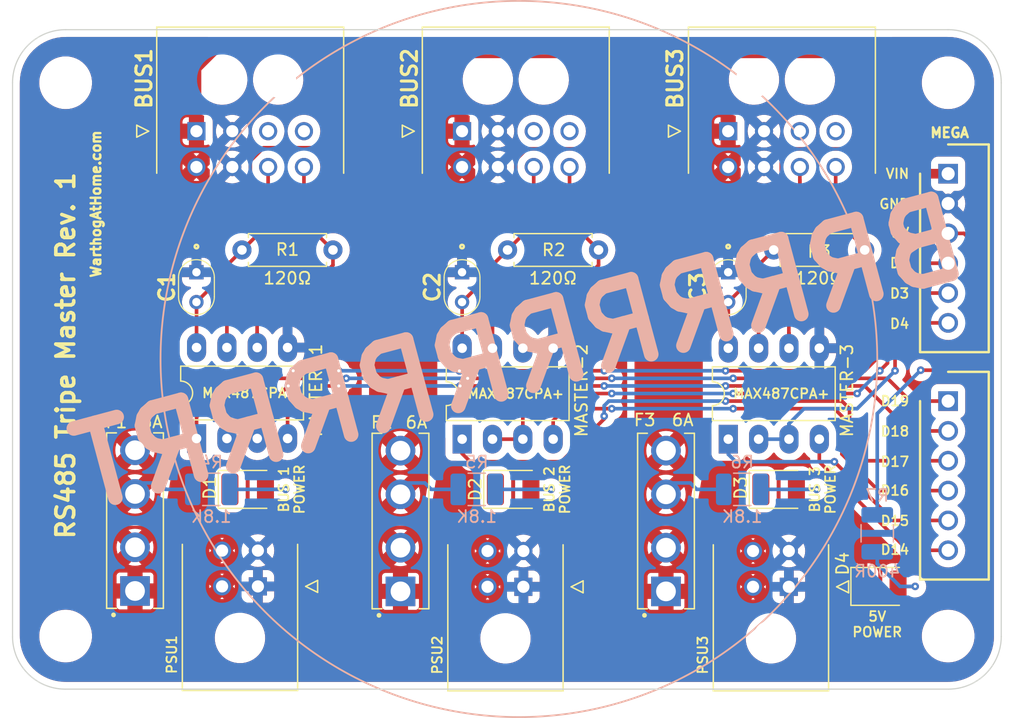
<source format=kicad_pcb>
(kicad_pcb (version 20211014) (generator pcbnew)
  (title_block (title "RS485 Triple Master") (date "2022-08-15") (rev "1") (company "Maciej Swic"))
  (layers (0 "F.Cu" signal) (31 "B.Cu" signal) (34 "B.Paste" user) (35 "F.Paste" user) (36 "B.SilkS" user "B.Silkscreen") (37 "F.SilkS" user "F.Silkscreen") (38 "B.Mask" user) (39 "F.Mask" user) (44 "Edge.Cuts" user))
  (net 0 "")
  (net 3 "MEGA_D19")
  (net 4 "MEGA_D2")
  (net 5 "MEGA_D18")
  (net 6 "+12V_2")
  (net 7 "+12V_3")
  (net 8 "MEGA_D17")
  (net 9 "MEGA_D3")
  (net 10 "+5V")
  (net 11 "GND")
  (net 12 "+12V")
  (net 13 "MEGA_D16")
  (net 14 "MEGA_D15")
  (net 15 "MEGA_D4")
  (net 16 "MEGA_D14")
  (net 17 "RS485-1-B")
  (net 18 "RS485-1-A")
  (net 19 "RS485-2-B")
  (net 20 "RS485-3-B")
  (net 21 "RS485-2-A")
  (net 22 "RS485-3-A")
  (net 27 "12V_Fused")
  (net 28 "/12V_2_Fused")
  (net 29 "/12V_3_Fused")
  (net 30 "Net-(D1-Pad2)")
  (net 31 "Net-(D2-Pad2)")
  (net 35 "Net-(D3-Pad2)")
  (net 36 "Net-(D4-Pad2)")
  (footprint "MountingHole:MountingHole_3.2mm_M3" (layer "F.Cu") (at 181.830484 77.185879)
    (fp_text reference "HOLE-2" hide)
    (fp_text value "MountingHole_3.2mm_M3" hide)
  )
  (footprint "LED_SMD:LED_1210_3225Metric_Pad1.42x2.65mm_HandSolder" (layer "F.Cu") (at 145.415 111.252)
    (fp_text reference "D2")
    (fp_text value "GREEN")
  )
  (footprint "A10 KiCad Libraries:FA14" (layer "F.Cu") (at 141.135484 93.060879 -90)
    (fp_text reference "C2")
    (fp_text value "0.1uF" hide)
  )
  (footprint "MountingHole:MountingHole_3.2mm_M3" (layer "F.Cu") (at 181.830484 123.540879)
    (fp_text reference "HOLE-4" hide)
    (fp_text value "MountingHole_3.2mm_M3" hide)
  )
  (footprint "A10 KiCad Libraries:SHDR6W64P0X250_1X6_1740X575X700P" (layer "F.Cu") (at 181.830484 103.855879 -90)
    (fp_text reference "MEGA-2" hide)
    (fp_text value "Conn_01x06_Male" hide)
  )
  (footprint "Resistor_THT:R_Axial_DIN0207_L6.3mm_D2.5mm_P7.62mm_Horizontal" (layer "F.Cu") (at 167.225484 91.195879)
    (fp_text reference "R3")
    (fp_text value "120Ω")
  )
  (footprint "MountingHole:MountingHole_3.2mm_M3" (layer "F.Cu") (at 107.95 77.185879)
    (fp_text reference "HOLE-1" hide)
    (fp_text value "MountingHole_3.2mm_M3" hide)
  )
  (footprint "A10 KiCad Libraries:Molex 43045-0800" (layer "F.Cu") (at 141.135484 81.2454 180)
    (fp_text reference "BUS2")
    (fp_text value "Conn_02x04_Top_Bottom" hide)
  )
  (footprint "LED_SMD:LED_1210_3225Metric_Pad1.42x2.65mm_HandSolder" (layer "F.Cu") (at 123.19 111.252)
    (fp_text reference "D1")
    (fp_text value "GREEN")
  )
  (footprint "A10 KiCad Libraries:SHDR6W64P0X250_1X6_1740X575X700P" (layer "F.Cu") (at 181.830484 84.805879 -90)
    (fp_text reference "MEGA-1" hide)
    (fp_text value "Conn_01x06_Male" hide)
  )
  (footprint "LED_SMD:LED_1210_3225Metric_Pad1.42x2.65mm_HandSolder" (layer "F.Cu") (at 167.64 111.252)
    (fp_text reference "D3")
    (fp_text value "GREEN")
  )
  (footprint "A10 KiCad Libraries:FUSE_BK-6013" (layer "F.Cu") (at 158.208484 113.9028 90)
    (fp_text reference "F3")
    (fp_text value "6A")
  )
  (footprint "A10 KiCad Libraries:FUSE_BK-6013" (layer "F.Cu") (at 135.983484 113.9028 90)
    (fp_text reference "F2")
    (fp_text value "6A")
  )
  (footprint "Resistor_THT:R_Axial_DIN0207_L6.3mm_D2.5mm_P7.62mm_Horizontal" (layer "F.Cu") (at 122.710647 91.195879)
    (fp_text reference "R1")
    (fp_text value "120Ω")
  )
  (footprint "Package_DIP:DIP-8_W7.62mm_LongPads" (layer "F.Cu") (at 118.910647 106.990879 90)
    (fp_text reference "MASTER-1")
    (fp_text value "MAX487CPA+")
  )
  (footprint "Package_DIP:DIP-8_W7.62mm_LongPads" (layer "F.Cu") (at 163.425484 107.045879 90)
    (fp_text reference "MASTER-3")
    (fp_text value "MAX487CPA+")
  )
  (footprint "Resistor_THT:R_Axial_DIN0207_L6.3mm_D2.5mm_P7.62mm_Horizontal" (layer "F.Cu") (at 144.945484 91.195879)
    (fp_text reference "R2")
    (fp_text value "120Ω")
  )
  (footprint "Package_DIP:DIP-8_W7.62mm_LongPads" (layer "F.Cu") (at 141.145484 107.045879 90)
    (fp_text reference "MASTER-2")
    (fp_text value "MAX487CPA+")
  )
  (footprint "A10 KiCad Libraries:Molex 43045-0800" (layer "F.Cu") (at 118.900647 81.2454 180)
    (fp_text reference "BUS1")
    (fp_text value "Conn_02x04_Top_Bottom" hide)
  )
  (footprint "MountingHole:MountingHole_3.2mm_M3" (layer "F.Cu") (at 107.95 123.540879)
    (fp_text reference "HOLE-3" hide)
    (fp_text value "MountingHole_3.2mm_M3" hide)
  )
  (footprint "A10 KiCad Libraries:FA14" (layer "F.Cu") (at 163.415484 93.060879 -90)
    (fp_text reference "C3")
    (fp_text value "0.1uF" hide)
  )
  (footprint "LED_SMD:LED_1210_3225Metric_Pad1.42x2.65mm_HandSolder" (layer "F.Cu") (at 176.149 119.38)
    (fp_text reference "D4")
    (fp_text value "GREEN" hide)
  )
  (footprint "A10 KiCad Libraries:FUSE_BK-6013" (layer "F.Cu") (at 113.758484 113.8682 90)
    (fp_text reference "F1")
    (fp_text value "6A")
  )
  (footprint "A10 KiCad Libraries:FA14" (layer "F.Cu") (at 118.900647 93.060879 -90)
    (fp_text reference "C1")
    (fp_text value "0.1uF" hide)
  )
  (footprint "A10 KiCad Libraries:Molex 43045-0800" (layer "F.Cu") (at 163.415484 81.2454 180)
    (fp_text reference "BUS3")
    (fp_text value "Conn_02x04_Top_Bottom" hide)
  )
  (footprint "A10 KiCad Libraries:Molex 43045-0400" (layer "F.Cu") (at 146.270484 119.4146)
    (fp_text reference "PSU2")
    (fp_text value "Conn_02x02_Top_Bottom" hide)
  )
  (footprint "A10 KiCad Libraries:Molex 43045-0400" (layer "F.Cu") (at 168.495484 119.4146)
    (fp_text reference "PSU3")
    (fp_text value "Conn_02x02_Top_Bottom" hide)
  )
  (footprint "A10 KiCad Libraries:Molex 43045-0400" (layer "F.Cu") (at 124.045484 119.38)
    (fp_text reference "PSU1")
    (fp_text value "Conn_02x02_Top_Bottom" hide)
  )
  (footprint "Resistor_SMD:R_1210_3225Metric_Pad1.30x2.65mm_HandSolder" (layer "B.Cu") (at 120.142 111.252 180)
    (fp_text reference "R4")
    (fp_text value "1.8K")
  )
  (footprint "Resistor_SMD:R_1210_3225Metric_Pad1.30x2.65mm_HandSolder" (layer "B.Cu") (at 142.367 111.252 180)
    (fp_text reference "R5")
    (fp_text value "1.8K")
  )
  (footprint "Resistor_SMD:R_1210_3225Metric_Pad1.30x2.65mm_HandSolder" (layer "B.Cu") (at 175.895 114.935 90)
    (fp_text reference "R7")
    (fp_text value "400R")
  )
  (footprint "Resistor_SMD:R_1210_3225Metric_Pad1.30x2.65mm_HandSolder" (layer "B.Cu") (at 164.592 111.252 180)
    (fp_text reference "R6")
    (fp_text value "1.8K")
  )
  (gr_circle locked (center 145.895 100.33) (end 175.895 100.33) (layer "B.SilkS") (width 0.15) (fill none))
  (gr_line (start 103.505 123.572789) (end 103.505 77.185879) (layer "Edge.Cuts") (width 0.1))
  (gr_arc (start 186.275484 123.572789) (mid 184.982917 126.693312) (end 181.862394 127.985879) (layer "Edge.Cuts") (width 0.1016))
  (gr_arc (start 107.91809 127.985879) (mid 104.797591 126.693301) (end 103.505 123.572789) (layer "Edge.Cuts") (width 0.1016))
  (gr_arc (start 181.830484 72.740879) (mid 184.973574 74.042789) (end 186.275484 77.185879) (layer "Edge.Cuts") (width 0.1016))
  (gr_line (start 181.862394 127.985879) (end 107.91809 127.985879) (layer "Edge.Cuts") (width 0.1))
  (gr_line (start 186.275484 77.185879) (end 186.275484 123.572789) (layer "Edge.Cuts") (width 0.1))
  (gr_arc (start 103.505 77.185879) (mid 104.806916 74.042794) (end 107.95 72.740879) (layer "Edge.Cuts") (width 0.1016))
  (gr_line (start 107.95 72.740879) (end 181.830484 72.740879) (layer "Edge.Cuts") (width 0.1))
  (gr_text "BRRRRRRRRRRT" (at 145.895 99.85 15) (layer "B.SilkS") (effects (font (size 6.5024 6.5024) (thickness 1.2192)) (justify mirror)))
  (gr_text "D14" (at 178.655484 116.301879) (layer "F.SilkS") (effects (font (size 0.8128 0.8128) (thickness 0.1524)) (justify right)))
  (gr_text "GND" (at 178.655484 87.345879) (layer "F.SilkS") (effects (font (size 0.8128 0.8128) (thickness 0.1524)) (justify right)))
  (gr_text "BUS 2\nPOWER" (at 149.098 111.252 90) (layer "F.SilkS") (effects (font (size 0.8128 0.8128) (thickness 0.1524))))
  (gr_text "5V\nPOWER" (at 175.895 122.555) (layer "F.SilkS") (effects (font (size 0.8128 0.8128) (thickness 0.1524))))
  (gr_text "D15" (at 178.655484 113.888879) (layer "F.SilkS") (effects (font (size 0.8128 0.8128) (thickness 0.1524)) (justify right)))
  (gr_text "D4" (at 178.655484 97.378879) (layer "F.SilkS") (effects (font (size 0.8128 0.8128) (thickness 0.1524)) (justify right)))
  (gr_text "5V" (at 178.655484 89.758879) (layer "F.SilkS") (effects (font (size 0.8128 0.8128) (thickness 0.1524)) (justify right)))
  (gr_text "D3" (at 178.655484 94.838879) (layer "F.SilkS") (effects (font (size 0.8128 0.8128) (thickness 0.1524)) (justify right)))
  (gr_text "D16" (at 178.655484 111.348879) (layer "F.SilkS") (effects (font (size 0.8128 0.8128) (thickness 0.1524)) (justify right)))
  (gr_text "WarthogAtHome.com" (at 110.49 87.345879 90) (layer "F.SilkS") (effects (font (size 0.8128 0.8128) (thickness 0.2032))))
  (gr_text "D18" (at 178.655484 106.395879) (layer "F.SilkS") (effects (font (size 0.8128 0.8128) (thickness 0.1524)) (justify right)))
  (gr_text "BUS 3\nPOWER" (at 171.323 111.252 90) (layer "F.SilkS") (effects (font (size 0.8128 0.8128) (thickness 0.1524))))
  (gr_text "D19" (at 178.655484 103.855879) (layer "F.SilkS") (effects (font (size 0.8128 0.8128) (thickness 0.1524)) (justify right)))
  (gr_text "D17" (at 178.655484 108.935879) (layer "F.SilkS") (effects (font (size 0.8128 0.8128) (thickness 0.1524)) (justify right)))
  (gr_text "D2" (at 178.655484 92.298879) (layer "F.SilkS") (effects (font (size 0.8128 0.8128) (thickness 0.1524)) (justify right)))
  (gr_text "RS485 Tripe Master Rev. 1" (at 107.95 100.045879 90) (layer "F.SilkS") (effects (font (size 1.5 1.5) (thickness 0.3))))
  (gr_text "BUS 1\nPOWER" (at 126.873 111.252 90) (layer "F.SilkS") (effects (font (size 0.8128 0.8128) (thickness 0.1524))))
  (gr_text "VIN" (at 178.655484 84.805879) (layer "F.SilkS") (effects (font (size 0.8128 0.8128) (thickness 0.1524)) (justify right)))
  (segment (start 176.750484 101.950879) (end 178.655484 103.855879) (width 0.3048) (layer "F.Cu") (net 3))
  (segment (start 122.140484 101.950879) (end 118.910647 105.180716) (width 0.3048) (layer "F.Cu") (net 3))
  (segment (start 118.910647 105.180716) (end 118.910647 106.990879) (width 0.3048) (layer "F.Cu") (net 3))
  (segment (start 153.67 101.950879) (end 141.605 101.950879) (width 0.3048) (layer "F.Cu") (net 3))
  (segment (start 178.655484 103.855879) (end 181.830484 103.855879) (width 0.3048) (layer "F.Cu") (net 3))
  (segment (start 163.83 101.950879) (end 176.750484 101.950879) (width 0.3048) (layer "F.Cu") (net 3))
  (segment (start 131.445 101.950879) (end 122.140484 101.950879) (width 0.3048) (layer "F.Cu") (net 3))
  (via (at 163.83 101.950879) (size 0.635) (drill 0.254) (layers "F.Cu" "B.Cu") (net 3))
  (via (at 141.605 101.950879) (size 0.635) (drill 0.254) (layers "F.Cu" "B.Cu") (net 3))
  (via (at 153.67 101.950879) (size 0.635) (drill 0.254) (layers "F.Cu" "B.Cu") (net 3))
  (via (at 131.445 101.950879) (size 0.635) (drill 0.254) (layers "F.Cu" "B.Cu") (net 3))
  (segment (start 141.605 101.950879) (end 131.445 101.950879) (width 0.3048) (layer "B.Cu") (net 3))
  (segment (start 163.83 101.950879) (end 153.67 101.950879) (width 0.3048) (layer "B.Cu") (net 3))
  (segment (start 163.195 101.315879) (end 174.845484 101.315879) (width 0.3048) (layer "F.Cu") (net 4))
  (segment (start 130.81 101.315879) (end 127 101.315879) (width 0.3048) (layer "F.Cu") (net 4))
  (segment (start 176.115484 94.965879) (end 178.775484 92.305879) (width 0.3048) (layer "F.Cu") (net 4))
  (segment (start 174.845484 101.315879) (end 176.115484 100.045879) (width 0.3048) (layer "F.Cu") (net 4))
  (segment (start 153.035 101.315879) (end 140.929451 101.315879) (width 0.3048) (layer "F.Cu") (net 4))
  (segment (start 126.585484 102.585879) (end 123.990647 105.180716) (width 0.3048) (layer "F.Cu") (net 4))
  (segment (start 140.929451 101.315879) (end 140.916251 101.329079) (width 0.3048) (layer "F.Cu") (net 4))
  (segment (start 178.775484 92.305879) (end 181.830484 92.305879) (width 0.3048) (layer "F.Cu") (net 4))
  (segment (start 123.990647 105.180716) (end 123.990647 106.990879) (width 0.3048) (layer "F.Cu") (net 4))
  (segment (start 176.115484 100.045879) (end 176.115484 94.965879) (width 0.3048) (layer "F.Cu") (net 4))
  (segment (start 121.450647 106.990879) (end 123.990647 106.990879) (width 0.3048) (layer "F.Cu") (net 4))
  (via (at 127 101.315879) (size 0.635) (drill 0.254) (layers "F.Cu" "B.Cu") (net 4))
  (via (at 140.916251 101.329079) (size 0.635) (drill 0.254) (layers "F.Cu" "B.Cu") (net 4))
  (via (at 130.81 101.315879) (size 0.635) (drill 0.254) (layers "F.Cu" "B.Cu") (net 4))
  (via (at 153.035 101.315879) (size 0.635) (drill 0.254) (layers "F.Cu" "B.Cu") (net 4))
  (via (at 126.585484 102.585879) (size 0.635) (drill 0.254) (layers "F.Cu" "B.Cu") (net 4))
  (via (at 163.195 101.315879) (size 0.635) (drill 0.254) (layers "F.Cu" "B.Cu") (net 4))
  (segment (start 130.81 101.315879) (end 140.903051 101.315879) (width 0.3048) (layer "B.Cu") (net 4))
  (segment (start 140.903051 101.315879) (end 140.916251 101.329079) (width 0.3048) (layer "B.Cu") (net 4))
  (segment (start 153.035 101.315879) (end 163.195 101.315879) (width 0.3048) (layer "B.Cu") (net 4))
  (segment (start 127 101.315879) (end 127 102.171363) (width 0.3048) (layer "B.Cu") (net 4))
  (segment (start 127 102.171363) (end 126.585484 102.585879) (width 0.3048) (layer "B.Cu") (net 4))
  (segment (start 126.530647 105.180716) (end 126.530647 106.990879) (width 0.3048) (layer "F.Cu") (net 5))
  (segment (start 174.845484 102.585879) (end 178.615484 106.355879) (width 0.3048) (layer "F.Cu") (net 5))
  (segment (start 130.81 102.585879) (end 129.125484 102.585879) (width 0.3048) (layer "F.Cu") (net 5))
  (segment (start 178.615484 106.355879) (end 181.830484 106.355879) (width 0.3048) (layer "F.Cu") (net 5))
  (segment (start 153.035 102.585879) (end 140.97 102.585879) (width 0.3048) (layer "F.Cu") (net 5))
  (segment (start 129.125484 102.585879) (end 126.530647 105.180716) (width 0.3048) (layer "F.Cu") (net 5))
  (segment (start 163.195 102.585879) (end 174.845484 102.585879) (width 0.3048) (layer "F.Cu") (net 5))
  (via (at 153.035 102.585879) (size 0.635) (drill 0.254) (layers "F.Cu" "B.Cu") (net 5))
  (via (at 163.195 102.585879) (size 0.635) (drill 0.254) (layers "F.Cu" "B.Cu") (net 5))
  (via (at 130.81 102.585879) (size 0.635) (drill 0.254) (layers "F.Cu" "B.Cu") (net 5))
  (via (at 140.97 102.585879) (size 0.635) (drill 0.254) (layers "F.Cu" "B.Cu") (net 5))
  (segment (start 163.195 102.585879) (end 153.035 102.585879) (width 0.3048) (layer "B.Cu") (net 5))
  (segment (start 140.97 102.585879) (end 130.81 102.585879) (width 0.3048) (layer "B.Cu") (net 5))
  (segment (start 153.035 105.112679) (end 153.035 105.346363) (width 0.3048) (layer "F.Cu") (net 8))
  (segment (start 141.145484 108.255879) (end 141.145484 107.045879) (width 0.3048) (layer "F.Cu") (net 8))
  (segment (start 173.575484 104.490879) (end 173.575484 107.665879) (width 0.3048) (layer "F.Cu") (net 8))
  (segment (start 174.765484 108.855879) (end 181.830484 108.855879) (width 0.3048) (layer "F.Cu") (net 8))
  (segment (start 141.825484 108.935879) (end 141.145484 108.255879) (width 0.3048) (layer "F.Cu") (net 8))
  (segment (start 153.035 105.346363) (end 149.445484 108.935879) (width 0.3048) (layer "F.Cu") (net 8))
  (segment (start 149.445484 108.935879) (end 141.825484 108.935879) (width 0.3048) (layer "F.Cu") (net 8))
  (segment (start 163.195 103.855879) (end 172.940484 103.855879) (width 0.3048) (layer "F.Cu") (net 8))
  (segment (start 173.575484 107.665879) (end 174.765484 108.855879) (width 0.3048) (layer "F.Cu") (net 8))
  (segment (start 172.940484 103.855879) (end 173.575484 104.490879) (width 0.3048) (layer "F.Cu") (net 8))
  (via (at 153.035 105.112679) (size 0.635) (drill 0.254) (layers "F.Cu" "B.Cu") (net 8))
  (via (at 163.195 103.855879) (size 0.635) (drill 0.254) (layers "F.Cu" "B.Cu") (net 8))
  (segment (start 153.424934 103.855879) (end 153.035 104.245813) (width 0.3048) (layer "B.Cu") (net 8))
  (segment (start 163.195 103.855879) (end 153.424934 103.855879) (width 0.3048) (layer "B.Cu") (net 8))
  (segment (start 153.035 104.245813) (end 153.035 105.112679) (width 0.3048) (layer "B.Cu") (net 8))
  (segment (start 163.83 103.220879) (end 174.210484 103.220879) (width 0.3048) (layer "F.Cu") (net 9))
  (segment (start 176.750484 100.680879) (end 176.750484 97.451514) (width 0.3048) (layer "F.Cu") (net 9))
  (segment (start 179.396118 94.805879) (end 181.830484 94.805879) (width 0.3048) (layer "F.Cu") (net 9))
  (segment (start 146.225484 105.170879) (end 146.225484 107.045879) (width 0.3048) (layer "F.Cu") (net 9))
  (segment (start 176.115484 101.315879) (end 176.750484 100.680879) (width 0.3048) (layer "F.Cu") (net 9))
  (segment (start 153.67 103.220879) (end 148.175484 103.220879) (width 0.3048) (layer "F.Cu") (net 9))
  (segment (start 176.750484 97.451514) (end 179.396118 94.805879) (width 0.3048) (layer "F.Cu") (net 9))
  (segment (start 143.685484 107.045879) (end 146.225484 107.045879) (width 0.3048) (layer "F.Cu") (net 9))
  (segment (start 148.175484 103.220879) (end 146.225484 105.170879) (width 0.3048) (layer "F.Cu") (net 9))
  (via (at 163.83 103.220879) (size 0.635) (drill 0.254) (layers "F.Cu" "B.Cu") (net 9))
  (via (at 153.67 103.220879) (size 0.635) (drill 0.254) (layers "F.Cu" "B.Cu") (net 9))
  (via (at 174.210484 103.220879) (size 0.635) (drill 0.254) (layers "F.Cu" "B.Cu") (net 9))
  (via (at 176.115484 101.315879) (size 0.635) (drill 0.254) (layers "F.Cu" "B.Cu") (net 9))
  (segment (start 176.109695 101.315879) (end 174.210484 103.21509) (width 0.3048) (layer "B.Cu") (net 9))
  (segment (start 153.67 103.220879) (end 163.83 103.220879) (width 0.3048) (layer "B.Cu") (net 9))
  (segment (start 176.115484 101.315879) (end 176.109695 101.315879) (width 0.3048) (layer "B.Cu") (net 9))
  (segment (start 174.210484 103.21509) (end 174.210484 103.220879) (width 0.3048) (layer "B.Cu") (net 9))
  (segment (start 131.31432 82.6306) (end 132.935484 81.009436) (width 0.3048) (layer "F.Cu") (net 10))
  (segment (start 132.935484 76.590879) (end 133.338181 76.188181) (width 0.3048) (layer "F.Cu") (net 10))
  (segment (start 177.385484 88.615879) (end 176.115484 87.345879) (width 0.3048) (layer "F.Cu") (net 10))
  (segment (start 155.795484 76.590879) (end 155.795484 81.107741) (width 0.3048) (layer "F.Cu") (net 10))
  (segment (start 176.115484 86.075879) (end 176.115484 76.550879) (width 0.3048) (layer "F.Cu") (net 10))
  (segment (start 168.615976 82.728788) (end 167.860484 83.48428) (width 0.3048) (layer "F.Cu") (net 10))
  (segment (start 183.150879 89.805879) (end 184.15 90.805) (width 0.3048) (layer "F.Cu") (net 10))
  (segment (start 123.410484 83.739399) (end 124.519283 82.6306) (width 0.3048) (layer "F.Cu") (net 10))
  (segment (start 163.425484 95.570879) (end 163.415484 95.560879) (width 0.3048) (layer "F.Cu") (net 10))
  (segment (start 123.410484 87.345879) (end 123.410484 83.82) (width 0.3048) (layer "F.Cu") (net 10))
  (segment (start 174.540684 74.976079) (end 134.550283 74.976079) (width 0.3048) (layer "F.Cu") (net 10))
  (segment (start 167.860484 83.48428) (end 167.860484 87.345879) (width 0.3048) (layer "F.Cu") (net 10))
  (segment (start 157.410284 74.976079) (end 155.795484 76.590879) (width 0.3048) (layer "F.Cu") (net 10))
  (segment (start 181.830484 89.805879) (end 178.575484 89.805879) (width 0.3048) (layer "F.Cu") (net 10))
  (segment (start 181.943044 101.266956) (end 179.534177 101.266956) (width 0.3048) (layer "F.Cu") (net 10))
  (segment (start 163.425484 99.425879) (end 163.425484 95.570879) (width 0.3048) (layer "F.Cu") (net 10))
  (segment (start 184.15 99.06) (end 181.943044 101.266956) (width 0.3048) (layer "F.Cu") (net 10))
  (segment (start 120.870484 93.591042) (end 120.870484 89.885879) (width 0.3048) (layer "F.Cu") (net 10))
  (segment (start 118.910647 95.570879) (end 118.900647 95.560879) (width 0.3048) (layer "F.Cu") (net 10))
  (segment (start 178.575484 89.805879) (end 177.385484 88.615879) (width 0.3048) (layer "F.Cu") (net 10))
  (segment (start 174.015376 82.728788) (end 176.115484 84.828896) (width 0.3048) (layer "F.Cu") (net 10))
  (segment (start 141.145484 99.425879) (end 141.145484 95.570879) (width 0.3048) (layer "F.Cu") (net 10))
  (segment (start 145.635484 83.647741) (end 145.635484 87.345879) (width 0.3048) (layer "F.Cu") (net 10))
  (segment (start 160.655 74.976079) (end 157.410284 74.976079) (width 0.3048) (layer "F.Cu") (net 10))
  (segment (start 168.615976 82.728788) (end 174.015376 82.728788) (width 0.3048) (layer "F.Cu") (net 10))
  (segment (start 124.519283 82.6306) (end 131.31432 82.6306) (width 0.3048) (layer "F.Cu") (net 10))
  (segment (start 184.15 90.805) (end 184.15 99.06) (width 0.3048) (layer "F.Cu") (net 10))
  (segment (start 176.115484 87.345879) (end 176.115484 86.139516) (width 0.3048) (layer "F.Cu") (net 10))
  (segment (start 165.320484 93.655879) (end 165.320484 89.885879) (width 0.3048) (layer "F.Cu") (net 10))
  (segment (start 120.870484 89.885879) (end 123.410484 87.345879) (width 0.3048) (layer "F.Cu") (net 10))
  (segment (start 118.900647 95.560879) (end 120.870484 93.591042) (width 0.3048) (layer "F.Cu") (net 10))
  (segment (start 146.560967 82.722258) (end 145.635484 83.647741) (width 0.3048) (layer "F.Cu") (net 10))
  (segment (start 155.795484 81.107741) (end 154.180967 82.722258) (width 0.3048) (layer "F.Cu") (net 10))
  (segment (start 132.935484 81.009436) (end 132.935484 76.590879) (width 0.3048) (layer "F.Cu") (net 10))
  (segment (start 143.000484 93.695879) (end 141.135484 95.560879) (width 0.3048) (layer "F.Cu") (net 10))
  (segment (start 141.145484 95.570879) (end 141.135484 95.560879) (width 0.3048) (layer "F.Cu") (net 10))
  (segment (start 134.550283 74.976079) (end 133.338181 76.188181) (width 0.3048) (layer "F.Cu") (net 10))
  (segment (start 176.115484 86.139516) (end 176.115484 86.075879) (width 0.3048) (layer "F.Cu") (net 10))
  (segment (start 165.320484 89.885879) (end 167.860484 87.345879) (width 0.3048) (layer "F.Cu") (net 10))
  (segment (start 118.910647 99.370879) (end 118.910647 95.570879) (width 0.3048) (layer "F.Cu") (net 10))
  (segment (start 176.115484 84.828896) (end 176.115484 86.139516) (width 0.3048) (layer "F.Cu") (net 10))
  (segment (start 145.635484 87.345879) (end 143.000484 89.980879) (width 0.3048) (layer "F.Cu") (net 10))
  (segment (start 163.415484 95.560879) (end 165.320484 93.655879) (width 0.3048) (layer "F.Cu") (net 10))
  (segment (start 143.000484 89.980879) (end 143.000484 93.695879) (width 0.3048) (layer "F.Cu") (net 10))
  (segment (start 181.830484 89.805879) (end 183.150879 89.805879) (width 0.3048) (layer "F.Cu") (net 10))
  (segment (start 176.115484 76.550879) (end 174.540684 74.976079) (width 0.3048) (layer "F.Cu") (net 10))
  (segment (start 154.180967 82.722258) (end 146.560967 82.722258) (width 0.3048) (layer "F.Cu") (net 10))
  (via (at 179.534177 101.266956) (size 0.635) (drill 0.254) (layers "F.Cu" "B.Cu") (net 10))
  (segment (start 179.534177 101.266956) (end 175.895 104.906133) (width 0.3048) (layer "B.Cu") (net 10))
  (segment (start 175.895 104.906133) (end 175.895 113.385) (width 0.3048) (layer "B.Cu") (net 10))
  (segment (start 149.762984 104.490879) (end 148.765484 105.488379) (width 0.3048) (layer "F.Cu") (net 13))
  (segment (start 148.765484 105.488379) (end 148.765484 107.045879) (width 0.3048) (layer "F.Cu") (net 13))
  (segment (start 172.940484 108.300879) (end 175.995484 111.355879) (width 0.3048) (layer "F.Cu") (net 13))
  (segment (start 172.940484 105.125879) (end 172.940484 108.300879) (width 0.3048) (layer "F.Cu") (net 13))
  (segment (start 153.67 104.490879) (end 149.762984 104.490879) (width 0.3048) (layer "F.Cu") (net 13))
  (segment (start 163.83 104.490879) (end 172.305484 104.490879) (width 0.3048) (layer "F.Cu") (net 13))
  (segment (start 172.305484 104.490879) (end 172.940484 105.125879) (width 0.3048) (layer "F.Cu") (net 13))
  (segment (start 175.995484 111.355879) (end 181.830484 111.355879) (width 0.3048) (layer "F.Cu") (net 13))
  (via (at 163.83 104.490879) (size 0.635) (drill 0.254) (layers "F.Cu" "B.Cu") (net 13))
  (via (at 153.67 104.490879) (size 0.635) (drill 0.254) (layers "F.Cu" "B.Cu") (net 13))
  (segment (start 163.83 104.490879) (end 153.67 104.490879) (width 0.3048) (layer "B.Cu") (net 13))
  (segment (start 181.830484 113.855879) (end 177.225484 113.855879) (width 0.3048) (layer "F.Cu") (net 14))
  (segment (start 177.225484 113.855879) (end 172.305484 108.935879) (width 0.3048) (layer "F.Cu") (net 14))
  (via (at 172.305484 108.935879) (size 0.635) (drill 0.254) (layers "F.Cu" "B.Cu") (net 14))
  (segment (start 172.305484 108.935879) (end 164.050484 108.935879) (width 0.3048) (layer "B.Cu") (net 14))
  (segment (start 164.050484 108.935879) (end 163.425484 108.310879) (width 0.3048) (layer "B.Cu") (net 14))
  (segment (start 163.425484 108.310879) (end 163.425484 107.045879) (width 0.3048) (layer "B.Cu") (net 14))
  (segment (start 181.830484 97.305879) (end 179.490484 97.305879) (width 0.3048) (layer "F.Cu") (net 15))
  (segment (start 177.385484 99.410879) (end 177.385484 101.315879) (width 0.3048) (layer "F.Cu") (net 15))
  (segment (start 179.490484 97.305879) (end 177.385484 99.410879) (width 0.3048) (layer "F.Cu") (net 15))
  (via (at 177.385484 101.315879) (size 0.635) (drill 0.254) (layers "F.Cu" "B.Cu") (net 15))
  (segment (start 168.505484 107.045879) (end 165.965484 107.045879) (width 0.3048) (layer "B.Cu") (net 15))
  (segment (start 168.505484 105.770879) (end 168.505484 107.045879) (width 0.3048) (layer "B.Cu") (net 15))
  (segment (start 169.765484 104.490879) (end 169.130484 105.125879) (width 0.3048) (layer "B.Cu") (net 15))
  (segment (start 177.385484 101.315879) (end 174.210484 104.490879) (width 0.3048) (layer "B.Cu") (net 15))
  (segment (start 168.495484 105.760879) (end 168.505484 105.770879) (width 0.3048) (layer "B.Cu") (net 15))
  (segment (start 169.130484 105.125879) (end 168.495484 105.760879) (width 0.3048) (layer "B.Cu") (net 15))
  (segment (start 174.210484 104.490879) (end 169.765484 104.490879) (width 0.3048) (layer "B.Cu") (net 15))
  (segment (start 171.045484 108.945879) (end 171.045484 107.045879) (width 0.3048) (layer "F.Cu") (net 16))
  (segment (start 177.385484 115.285879) (end 171.045484 108.945879) (width 0.3048) (layer "F.Cu") (net 16))
  (segment (start 181.830484 116.355879) (end 178.455484 116.355879) (width 0.3048) (layer "F.Cu") (net 16))
  (segment (start 178.455484 116.355879) (end 177.385484 115.285879) (width 0.3048) (layer "F.Cu") (net 16))
  (segment (start 124.615647 89.290879) (end 124.900647 89.005879) (width 0.3048) (layer "F.Cu") (net 17))
  (segment (start 121.450647 99.370879) (end 121.450647 97.159065) (width 0.3048) (layer "F.Cu") (net 17))
  (segment (start 122.150647 95.659065) (end 121.750647 95.659065) (width 0.3048) (layer "F.Cu") (net 17))
  (segment (start 121.150647 96.859065) (end 120.750647 96.859065) (width 0.3048) (layer "F.Cu") (net 17))
  (segment (start 120.750647 96.259065) (end 122.150647 96.259065) (width 0.3048) (layer "F.Cu") (net 17))
  (segment (start 121.450647 95.359065) (end 121.450647 92.48743) (width 0.3048) (layer "F.Cu") (net 17))
  (segment (start 124.900647 89.005879) (end 124.900647 84.2454) (width 0.3048) (layer "F.Cu") (net 17))
  (segment (start 121.450647 92.48743) (end 124.615647 89.32243) (width 0.3048) (layer "F.Cu") (net 17))
  (segment (start 124.615647 89.32243) (end 124.615647 89.290879) (width 0.3048) (layer "F.Cu") (net 17))
  (arc (start 121.450647 97.159065) (mid 121.362779 96.946933) (end 121.150647 96.859065) (width 0.3048) (layer "F.Cu") (net 17))
  (arc (start 120.750647 96.859065) (mid 120.538515 96.771197) (end 120.450647 96.559065) (width 0.3048) (layer "F.Cu") (net 17))
  (arc (start 122.450647 95.959065) (mid 122.362779 95.746933) (end 122.150647 95.659065) (width 0.3048) (layer "F.Cu") (net 17))
  (arc (start 122.150647 96.259065) (mid 122.362779 96.171197) (end 122.450647 95.959065) (width 0.3048) (layer "F.Cu") (net 17))
  (arc (start 121.750647 95.659065) (mid 121.538515 95.571197) (end 121.450647 95.359065) (width 0.3048) (layer "F.Cu") (net 17))
  (arc (start 120.450647 96.559065) (mid 120.538515 96.346933) (end 120.750647 96.259065) (width 0.3048) (layer "F.Cu") (net 17))
  (segment (start 123.990647 99.370879) (end 123.990647 98.150879) (width 0.3048) (layer "F.Cu") (net 18))
  (segment (start 130.330647 92.465879) (end 130.330647 91.22743) (width 0.3048) (layer "F.Cu") (net 18))
  (segment (start 129.060647 93.735879) (end 130.330647 92.465879) (width 0.3048) (layer "F.Cu") (net 18))
  (segment (start 127.900647 88.797431) (end 127.900647 84.2454) (width 0.3048) (layer "F.Cu") (net 18))
  (segment (start 123.980647 95.005879) (end 125.250647 93.735879) (width 0.3048) (layer "F.Cu") (net 18))
  (segment (start 130.330647 91.22743) (end 127.900647 88.797431) (width 0.3048) (layer "F.Cu") (net 18))
  (segment (start 125.250647 93.735879) (end 129.060647 93.735879) (width 0.3048) (layer "F.Cu") (net 18))
  (segment (start 123.990647 98.150879) (end 123.980647 98.140879) (width 0.3048) (layer "F.Cu") (net 18))
  (segment (start 123.980647 98.140879) (end 123.980647 95.030716) (width 0.3048) (layer "F.Cu") (net 18))
  (segment (start 144.945484 91.195879) (end 147.135484 89.005879) (width 0.3048) (layer "F.Cu") (net 19))
  (segment (start 143.685484 95.335879) (end 143.685484 92.455879) (width 0.3048) (layer "F.Cu") (net 19))
  (segment (start 143.685484 99.425879) (end 143.685484 97.135879) (width 0.3048) (layer "F.Cu") (net 19))
  (segment (start 143.685484 92.455879) (end 144.945484 91.195879) (width 0.3048) (layer "F.Cu") (net 19))
  (segment (start 147.135484 89.005879) (end 147.135484 84.2454) (width 0.3048) (layer "F.Cu") (net 19))
  (segment (start 144.385484 95.635879) (end 143.985484 95.635879) (width 0.3048) (layer "F.Cu") (net 19))
  (segment (start 143.385484 96.835879) (end 142.985484 96.835879) (width 0.3048) (layer "F.Cu") (net 19))
  (segment (start 142.985484 96.235879) (end 144.385484 96.235879) (width 0.3048) (layer "F.Cu") (net 19))
  (arc (start 142.985484 96.835879) (mid 142.773352 96.748011) (end 142.685484 96.535879) (width 0.3048) (layer "F.Cu") (net 19))
  (arc (start 144.385484 96.235879) (mid 144.597616 96.148011) (end 144.685484 95.935879) (width 0.3048) (layer "F.Cu") (net 19))
  (arc (start 144.685484 95.935879) (mid 144.597616 95.723747) (end 144.385484 95.635879) (width 0.3048) (layer "F.Cu") (net 19))
  (arc (start 143.985484 95.635879) (mid 143.773352 95.548011) (end 143.685484 95.335879) (width 0.3048) (layer "F.Cu") (net 19))
  (arc (start 142.685484 96.535879) (mid 142.773352 96.323747) (end 142.985484 96.235879) (width 0.3048) (layer "F.Cu") (net 19))
  (arc (start 143.685484 97.135879) (mid 143.597616 96.923747) (end 143.385484 96.835879) (width 0.3048) (layer "F.Cu") (net 19))
  (segment (start 165.265484 96.235879) (end 166.665484 96.235879) (width 0.3048) (layer "F.Cu") (net 20))
  (segment (start 165.665484 96.835879) (end 165.265484 96.835879) (width 0.3048) (layer "F.Cu") (net 20))
  (segment (start 169.415484 84.2454) (end 169.415484 85.595484) (width 0.3048) (layer "F.Cu") (net 20))
  (segment (start 165.965484 95.335879) (end 165.965484 92.455879) (width 0.3048) (layer "F.Cu") (net 20))
  (segment (start 166.665484 95.635879) (end 166.265484 95.635879) (width 0.3048) (layer "F.Cu") (net 20))
  (segment (start 165.965484 92.455879) (end 169.415484 89.005879) (width 0.3048) (layer "F.Cu") (net 20))
  (segment (start 169.415484 89.005879) (end 169.415484 85.305879) (width 0.3048) (layer "F.Cu") (net 20))
  (segment (start 165.965484 99.425879) (end 165.965484 97.135879) (width 0.3048) (layer "F.Cu") (net 20))
  (arc (start 165.265484 96.835879) (mid 165.053352 96.748011) (end 164.965484 96.535879) (width 0.3048) (layer "F.Cu") (net 20))
  (arc (start 165.965484 97.135879) (mid 165.877616 96.923747) (end 165.665484 96.835879) (width 0.3048) (layer "F.Cu") (net 20))
  (arc (start 166.665484 96.235879) (mid 166.877616 96.148011) (end 166.965484 95.935879) (width 0.3048) (layer "F.Cu") (net 20))
  (arc (start 164.965484 96.535879) (mid 165.053352 96.323747) (end 165.265484 96.235879) (width 0.3048) (layer "F.Cu") (net 20))
  (arc (start 166.265484 95.635879) (mid 166.053352 95.548011) (end 165.965484 95.335879) (width 0.3048) (layer "F.Cu") (net 20))
  (arc (start 166.965484 95.935879) (mid 166.877616 95.723747) (end 166.665484 95.635879) (width 0.3048) (layer "F.Cu") (net 20))
  (segment (start 146.225484 98.150879) (end 146.215484 98.140879) (width 0.3048) (layer "F.Cu") (net 21))
  (segment (start 147.485484 93.735879) (end 151.295484 93.735879) (width 0.3048) (layer "F.Cu") (net 21))
  (segment (start 146.215484 98.140879) (end 146.215484 95.005879) (width 0.3048) (layer "F.Cu") (net 21))
  (segment (start 151.295484 93.735879) (end 152.565484 92.465879) (width 0.3048) (layer "F.Cu") (net 21))
  (segment (start 146.215484 95.005879) (end 147.485484 93.735879) (width 0.3048) (layer "F.Cu") (net 21))
  (segment (start 150.135484 88.765879) (end 152.565484 91.195879) (width 0.3048) (layer "F.Cu") (net 21))
  (segment (start 152.565484 92.465879) (end 152.565484 91.195879) (width 0.3048) (layer "F.Cu") (net 21))
  (segment (start 150.135484 84.2454) (end 150.135484 88.765879) (width 0.3048) (layer "F.Cu") (net 21))
  (segment (start 146.225484 99.425879) (end 146.225484 98.150879) (width 0.3048) (layer "F.Cu") (net 21))
  (segment (start 168.505484 99.425879) (end 168.505484 98.150879) (width 0.3048) (layer "F.Cu") (net 22))
  (segment (start 168.495484 98.140879) (end 168.495484 95.005879) (width 0.3048) (layer "F.Cu") (net 22))
  (segment (start 174.845484 92.465879) (end 174.845484 91.025484) (width 0.3048) (layer "F.Cu") (net 22))
  (segment (start 174.845484 91.025484) (end 172.415484 88.595484) (width 0.3048) (layer "F.Cu") (net 22))
  (segment (start 172.415484 88.595484) (end 172.415484 84.2454) (width 0.3048) (layer "F.Cu") (net 22))
  (segment (start 173.575484 93.735879) (end 174.845484 92.465879) (width 0.3048) (layer "F.Cu") (net 22))
  (segment (start 168.505484 98.150879) (end 168.495484 98.140879) (width 0.3048) (layer "F.Cu") (net 22))
  (segment (start 169.765484 93.735879) (end 173.575484 93.735879) (width 0.3048) (layer "F.Cu") (net 22))
  (segment (start 168.495484 95.005879) (end 169.765484 93.735879) (width 0.3048) (layer "F.Cu") (net 22))
  (segment (start 118.900647 75.980716) (end 118.900647 81.2454) (width 0.8128) (layer "F.Cu") (net 27))
  (segment (start 176.115484 74.010879) (end 120.870484 74.010879) (width 0.8128) (layer "F.Cu") (net 27))
  (segment (start 179.290484 84.805879) (end 177.385484 82.900879) (width 0.8128) (layer "F.Cu") (net 27))
  (segment (start 120.870484 74.010879) (end 118.900647 75.980716) (width 0.8128) (layer "F.Cu") (net 27))
  (segment (start 181.830484 84.805879) (end 179.290484 84.805879) (width 0.8128) (layer "F.Cu") (net 27))
  (segment (start 177.385484 75.280879) (end 176.115484 74.010879) (width 0.8128) (layer "F.Cu") (net 27))
  (segment (start 177.385484 82.900879) (end 177.385484 75.280879) (width 0.8128) (layer "F.Cu") (net 27))
  (segment (start 116.332 111.252) (end 115.794079 110.714079) (width 0.3048) (layer "B.Cu") (net 27))
  (segment (start 118.465 111.252) (end 116.332 111.252) (width 0.3048) (layer "B.Cu") (net 27))
  (segment (start 115.794079 110.714079) (end 113.758484 110.714079) (width 0.3048) (layer "B.Cu") (net 27))
  (segment (start 138.557 111.252) (end 138.019079 110.714079) (width 0.3048) (layer "B.Cu") (net 28))
  (segment (start 140.817 111.252) (end 138.557 111.252) (width 0.3048) (layer "B.Cu") (net 28))
  (segment (start 138.019079 110.714079) (end 135.983484 110.714079) (width 0.3048) (layer "B.Cu") (net 28))
  (segment (start 163.042 111.252) (end 160.782 111.252) (width 0.3048) (layer "B.Cu") (net 29))
  (segment (start 160.782 111.252) (end 160.244079 110.714079) (width 0.3048) (layer "B.Cu") (net 29))
  (segment (start 160.244079 110.714079) (end 158.208484 110.714079) (width 0.3048) (layer "B.Cu") (net 29))
  (segment (start 126.365 111.252) (end 124.6775 111.252) (width 0.3048) (layer "F.Cu") (net 30))
  (via (at 126.365 111.252) (size 0.635) (drill 0.254) (layers "F.Cu" "B.Cu") (net 30))
  (segment (start 121.565 111.252) (end 126.365 111.252) (width 0.3048) (layer "B.Cu") (net 30))
  (segment (start 148.59 111.252) (end 146.9025 111.252) (width 0.3048) (layer "F.Cu") (net 31))
  (via (at 148.59 111.252) (size 0.635) (drill 0.254) (layers "F.Cu" "B.Cu") (net 31))
  (segment (start 143.917 111.252) (end 148.59 111.252) (width 0.3048) (layer "B.Cu") (net 31))
  (segment (start 170.815 111.252) (end 169.1275 111.252) (width 0.3048) (layer "F.Cu") (net 35))
  (via (at 170.815 111.252) (size 0.635) (drill 0.254) (layers "F.Cu" "B.Cu") (net 35))
  (segment (start 166.142 111.252) (end 170.815 111.252) (width 0.3048) (layer "B.Cu") (net 35))
  (segment (start 179.07 119.38) (end 177.6365 119.38) (width 0.3048) (layer "F.Cu") (net 36))
  (via (at 179.07 119.38) (size 0.635) (drill 0.254) (layers "F.Cu" "B.Cu") (net 36))
  (segment (start 175.895 117.475) (end 177.8 119.38) (width 0.3048) (layer "B.Cu") (net 36))
  (segment (start 177.8 119.38) (end 179.07 119.38) (width 0.3048) (layer "B.Cu") (net 36))
  (segment (start 175.895 116.485) (end 175.895 117.475) (width 0.3048) (layer "B.Cu") (net 36))
  (zone (net 6) (net_name "+12V_2") (layer "F.Cu") (priority 10) (connect_pads (clearance 0.6096)) (min_thickness 0.254) (fill yes (thermal_gap 0.3048) (thermal_bridge_width 1.27) (smoothing fillet) (radius 0.8128))
    (polygon (pts (xy 144.78 114.3) (xy 144.78 121.285) (xy 133.985 121.92) (xy 133.985 114.3)))
  )
  (zone (net 11) (net_name "GND") (layer "F.Cu") (name "GND") (connect_pads (clearance 0.6096)) (min_thickness 0.2032) (fill yes (thermal_gap 0.6096) (thermal_bridge_width 0.8128) (smoothing chamfer) (radius 0.8128))
    (polygon (pts (xy 188.180484 129.890879) (xy 102.455484 129.890879) (xy 102.455484 70.835879) (xy 188.180484 70.835879)))
  )
  (zone (net 27) (net_name "12V_Fused") (layer "F.Cu") (priority 10) (connect_pads (clearance 0.6096)) (min_thickness 0.254) (fill yes (thermal_gap 0.4064) (thermal_bridge_width 1.27) (smoothing fillet) (radius 0.8128))
    (polygon (pts (xy 120.015 80.01) (xy 120.015 85.725) (xy 116.84 86.36) (xy 116.84 106.045) (xy 115.57 113.665) (xy 111.76 113.665) (xy 111.125 106.045) (xy 111.125 80.01) (xy 116.84 79.375)))
  )
  (zone (net 12) (net_name "+12V") (layer "F.Cu") (priority 10) (connect_pads (clearance 0.6096)) (min_thickness 0.254) (fill yes (thermal_gap 0.3048) (thermal_bridge_width 1.27) (smoothing fillet) (radius 0.8128))
    (polygon (pts (xy 122.555 114.3) (xy 122.555 121.285) (xy 111.76 121.92) (xy 111.76 114.3)))
  )
  (zone (net 29) (net_name "/12V_3_Fused") (layer "F.Cu") (priority 10) (connect_pads (clearance 0.6096)) (min_thickness 0.254) (fill yes (thermal_gap 0.4064) (thermal_bridge_width 1.27) (smoothing fillet) (radius 0.8128))
    (polygon (pts (xy 164.465 80.01) (xy 164.465 85.725) (xy 161.29 86.36) (xy 161.29 106.045) (xy 160.02 113.665) (xy 156.21 113.665) (xy 155.575 106.045) (xy 155.575 80.01) (xy 161.29 79.375)))
  )
  (zone (net 7) (net_name "+12V_3") (layer "F.Cu") (priority 10) (connect_pads (clearance 0.6096)) (min_thickness 0.254) (fill yes (thermal_gap 0.3048) (thermal_bridge_width 1.27) (smoothing fillet) (radius 0.8128))
    (polygon (pts (xy 167.005 114.3) (xy 167.005 121.285) (xy 156.21 121.92) (xy 156.21 114.3)))
  )
  (zone (net 28) (net_name "/12V_2_Fused") (layer "F.Cu") (priority 10) (connect_pads (clearance 0.6096)) (min_thickness 0.254) (fill yes (thermal_gap 0.4064) (thermal_bridge_width 1.27) (smoothing fillet) (radius 0.8128))
    (polygon (pts (xy 142.24 80.01) (xy 142.24 85.725) (xy 139.065 86.36) (xy 139.065 106.045) (xy 137.795 113.665) (xy 133.985 113.665) (xy 133.35 106.045) (xy 133.35 80.01) (xy 139.065 79.375)))
  )
  (zone (net 11) (net_name "GND") (layer "B.Cu") (name "GND") (connect_pads (clearance 0.6096)) (min_thickness 0.2032) (fill yes (thermal_gap 0.6096) (thermal_bridge_width 0.8128) (smoothing chamfer) (radius 0.8128))
    (polygon (pts (xy 188.180484 129.890879) (xy 102.455484 129.890879) (xy 102.455484 70.835879) (xy 188.180484 70.835879)))
  )
)
</source>
